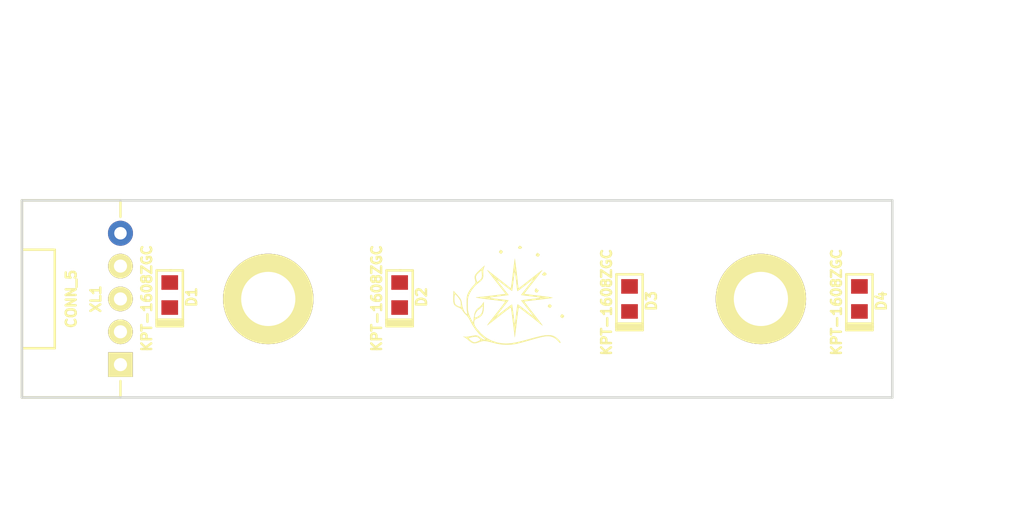
<source format=kicad_pcb>
(kicad_pcb (version 20171130) (host pcbnew "(2018-02-15 revision 29b28de31)-makepkg")

  (general
    (thickness 1.6)
    (drawings 14)
    (tracks 0)
    (zones 0)
    (modules 8)
    (nets 6)
  )

  (page A4)
  (layers
    (0 F.Cu signal)
    (31 B.Cu signal)
    (37 F.SilkS user)
    (38 B.Mask user)
    (39 F.Mask user)
    (40 Dwgs.User user)
    (44 Edge.Cuts user)
  )

  (setup
    (last_trace_width 0.25)
    (trace_clearance 0.2)
    (zone_clearance 0.508)
    (zone_45_only no)
    (trace_min 0.2)
    (segment_width 0.2)
    (edge_width 0.15)
    (via_size 0.8)
    (via_drill 0.4)
    (via_min_size 0.4)
    (via_min_drill 0.3)
    (uvia_size 0.3)
    (uvia_drill 0.1)
    (uvias_allowed no)
    (uvia_min_size 0.2)
    (uvia_min_drill 0.1)
    (pcb_text_width 0.3)
    (pcb_text_size 1.5 1.5)
    (mod_edge_width 0.15)
    (mod_text_size 1 1)
    (mod_text_width 0.15)
    (pad_size 1.524 1.524)
    (pad_drill 0.762)
    (pad_to_mask_clearance 0.2)
    (aux_axis_origin 0 0)
    (visible_elements FFFFF77F)
    (pcbplotparams
      (layerselection 0x010fc_ffffffff)
      (usegerberextensions false)
      (usegerberattributes false)
      (usegerberadvancedattributes false)
      (creategerberjobfile false)
      (excludeedgelayer true)
      (linewidth 0.150000)
      (plotframeref false)
      (viasonmask false)
      (mode 1)
      (useauxorigin false)
      (hpglpennumber 1)
      (hpglpenspeed 20)
      (hpglpendiameter 15)
      (psnegative false)
      (psa4output false)
      (plotreference true)
      (plotvalue true)
      (plotinvisibletext false)
      (padsonsilk false)
      (subtractmaskfromsilk false)
      (outputformat 1)
      (mirror false)
      (drillshape 1)
      (scaleselection 1)
      (outputdirectory ""))
  )

  (net 0 "")
  (net 1 "Net-(D1-PadA)")
  (net 2 "Net-(D1-PadC)")
  (net 3 "Net-(D2-PadA)")
  (net 4 "Net-(D3-PadA)")
  (net 5 "Net-(D4-PadA)")

  (net_class Default "This is the default net class."
    (clearance 0.2)
    (trace_width 0.25)
    (via_dia 0.8)
    (via_drill 0.4)
    (uvia_dia 0.3)
    (uvia_drill 0.1)
    (add_net "Net-(D1-PadA)")
    (add_net "Net-(D1-PadC)")
    (add_net "Net-(D2-PadA)")
    (add_net "Net-(D3-PadA)")
    (add_net "Net-(D4-PadA)")
  )

  (module LEDs:LED_0603 (layer F.Cu) (tedit 5A91F922) (tstamp 5A922971)
    (at 144 82.762 270)
    (path /5A995269)
    (attr smd)
    (fp_text reference D1 (at 0.127 -1.3335 270) (layer F.SilkS)
      (effects (font (size 0.6 0.6) (thickness 0.15)))
    )
    (fp_text value KPT-1608ZGC (at 0.2 1.4 270) (layer F.SilkS)
      (effects (font (size 0.6 0.6) (thickness 0.15)))
    )
    (fp_line (start 1.7 -0.8) (end 1.9 -0.8) (layer F.SilkS) (width 0.15))
    (fp_line (start 1.9 -0.8) (end 1.9 0.8) (layer F.SilkS) (width 0.15))
    (fp_line (start 1.9 0.8) (end 1.7 0.8) (layer F.SilkS) (width 0.15))
    (fp_line (start 1.5 -0.8) (end 1.65 -0.8) (layer F.SilkS) (width 0.15))
    (fp_line (start 1.65 -0.8) (end 1.65 0.8) (layer F.SilkS) (width 0.15))
    (fp_line (start 1.65 0.8) (end 1.5 0.8) (layer F.SilkS) (width 0.15))
    (fp_line (start 1.5 0.8) (end 1.75 0.8) (layer F.SilkS) (width 0.15))
    (fp_line (start 1.75 0.8) (end 1.75 -0.8) (layer F.SilkS) (width 0.15))
    (fp_line (start 1.75 -0.8) (end 1.65 -0.8) (layer F.SilkS) (width 0.15))
    (fp_line (start -1.5 0) (end -1.5 -0.8) (layer F.SilkS) (width 0.15))
    (fp_line (start -1.5 -0.8) (end 1.5 -0.8) (layer F.SilkS) (width 0.15))
    (fp_line (start 1.5 -0.8) (end 1.5 0.8) (layer F.SilkS) (width 0.15))
    (fp_line (start 1.5 0.8) (end -1.5 0.8) (layer F.SilkS) (width 0.15))
    (fp_line (start -1.5 0.8) (end -1.5 -0.1) (layer F.SilkS) (width 0.15))
    (pad A smd rect (at -0.762 0 270) (size 0.889 1.016) (layers F.Cu F.Mask)
      (net 1 "Net-(D1-PadA)"))
    (pad C smd rect (at 0.762 0 270) (size 0.889 1.016) (layers F.Cu F.Mask)
      (net 2 "Net-(D1-PadC)"))
    (model ${KICAD_SYMBOL_DIR}/3d/LED/D_0603_green.step
      (at (xyz 0 0 0))
      (scale (xyz 1 1 1))
      (rotate (xyz -90 0 0))
    )
  )

  (module LEDs:LED_0603 (layer F.Cu) (tedit 5A91F922) (tstamp 5A922985)
    (at 158 82.762 270)
    (path /5A995354)
    (attr smd)
    (fp_text reference D2 (at 0.127 -1.3335 270) (layer F.SilkS)
      (effects (font (size 0.6 0.6) (thickness 0.15)))
    )
    (fp_text value KPT-1608ZGC (at 0.2 1.4 270) (layer F.SilkS)
      (effects (font (size 0.6 0.6) (thickness 0.15)))
    )
    (fp_line (start 1.7 -0.8) (end 1.9 -0.8) (layer F.SilkS) (width 0.15))
    (fp_line (start 1.9 -0.8) (end 1.9 0.8) (layer F.SilkS) (width 0.15))
    (fp_line (start 1.9 0.8) (end 1.7 0.8) (layer F.SilkS) (width 0.15))
    (fp_line (start 1.5 -0.8) (end 1.65 -0.8) (layer F.SilkS) (width 0.15))
    (fp_line (start 1.65 -0.8) (end 1.65 0.8) (layer F.SilkS) (width 0.15))
    (fp_line (start 1.65 0.8) (end 1.5 0.8) (layer F.SilkS) (width 0.15))
    (fp_line (start 1.5 0.8) (end 1.75 0.8) (layer F.SilkS) (width 0.15))
    (fp_line (start 1.75 0.8) (end 1.75 -0.8) (layer F.SilkS) (width 0.15))
    (fp_line (start 1.75 -0.8) (end 1.65 -0.8) (layer F.SilkS) (width 0.15))
    (fp_line (start -1.5 0) (end -1.5 -0.8) (layer F.SilkS) (width 0.15))
    (fp_line (start -1.5 -0.8) (end 1.5 -0.8) (layer F.SilkS) (width 0.15))
    (fp_line (start 1.5 -0.8) (end 1.5 0.8) (layer F.SilkS) (width 0.15))
    (fp_line (start 1.5 0.8) (end -1.5 0.8) (layer F.SilkS) (width 0.15))
    (fp_line (start -1.5 0.8) (end -1.5 -0.1) (layer F.SilkS) (width 0.15))
    (pad A smd rect (at -0.762 0 270) (size 0.889 1.016) (layers F.Cu F.Mask)
      (net 3 "Net-(D2-PadA)"))
    (pad C smd rect (at 0.762 0 270) (size 0.889 1.016) (layers F.Cu F.Mask)
      (net 2 "Net-(D1-PadC)"))
    (model ${KICAD_SYMBOL_DIR}/3d/LED/D_0603_green.step
      (at (xyz 0 0 0))
      (scale (xyz 1 1 1))
      (rotate (xyz -90 0 0))
    )
  )

  (module LEDs:LED_0603 (layer F.Cu) (tedit 5A91F922) (tstamp 5A922999)
    (at 172 83 270)
    (path /5A9953C3)
    (attr smd)
    (fp_text reference D3 (at 0.127 -1.3335 270) (layer F.SilkS)
      (effects (font (size 0.6 0.6) (thickness 0.15)))
    )
    (fp_text value KPT-1608ZGC (at 0.2 1.4 270) (layer F.SilkS)
      (effects (font (size 0.6 0.6) (thickness 0.15)))
    )
    (fp_line (start 1.7 -0.8) (end 1.9 -0.8) (layer F.SilkS) (width 0.15))
    (fp_line (start 1.9 -0.8) (end 1.9 0.8) (layer F.SilkS) (width 0.15))
    (fp_line (start 1.9 0.8) (end 1.7 0.8) (layer F.SilkS) (width 0.15))
    (fp_line (start 1.5 -0.8) (end 1.65 -0.8) (layer F.SilkS) (width 0.15))
    (fp_line (start 1.65 -0.8) (end 1.65 0.8) (layer F.SilkS) (width 0.15))
    (fp_line (start 1.65 0.8) (end 1.5 0.8) (layer F.SilkS) (width 0.15))
    (fp_line (start 1.5 0.8) (end 1.75 0.8) (layer F.SilkS) (width 0.15))
    (fp_line (start 1.75 0.8) (end 1.75 -0.8) (layer F.SilkS) (width 0.15))
    (fp_line (start 1.75 -0.8) (end 1.65 -0.8) (layer F.SilkS) (width 0.15))
    (fp_line (start -1.5 0) (end -1.5 -0.8) (layer F.SilkS) (width 0.15))
    (fp_line (start -1.5 -0.8) (end 1.5 -0.8) (layer F.SilkS) (width 0.15))
    (fp_line (start 1.5 -0.8) (end 1.5 0.8) (layer F.SilkS) (width 0.15))
    (fp_line (start 1.5 0.8) (end -1.5 0.8) (layer F.SilkS) (width 0.15))
    (fp_line (start -1.5 0.8) (end -1.5 -0.1) (layer F.SilkS) (width 0.15))
    (pad A smd rect (at -0.762 0 270) (size 0.889 1.016) (layers F.Cu F.Mask)
      (net 4 "Net-(D3-PadA)"))
    (pad C smd rect (at 0.762 0 270) (size 0.889 1.016) (layers F.Cu F.Mask)
      (net 2 "Net-(D1-PadC)"))
    (model ${KICAD_SYMBOL_DIR}/3d/LED/D_0603_green.step
      (at (xyz 0 0 0))
      (scale (xyz 1 1 1))
      (rotate (xyz -90 0 0))
    )
  )

  (module LEDs:LED_0603 (layer F.Cu) (tedit 5A91F922) (tstamp 5A9229AD)
    (at 186 83 270)
    (path /5A9953CE)
    (attr smd)
    (fp_text reference D4 (at 0.127 -1.3335 270) (layer F.SilkS)
      (effects (font (size 0.6 0.6) (thickness 0.15)))
    )
    (fp_text value KPT-1608ZGC (at 0.2 1.4 270) (layer F.SilkS)
      (effects (font (size 0.6 0.6) (thickness 0.15)))
    )
    (fp_line (start 1.7 -0.8) (end 1.9 -0.8) (layer F.SilkS) (width 0.15))
    (fp_line (start 1.9 -0.8) (end 1.9 0.8) (layer F.SilkS) (width 0.15))
    (fp_line (start 1.9 0.8) (end 1.7 0.8) (layer F.SilkS) (width 0.15))
    (fp_line (start 1.5 -0.8) (end 1.65 -0.8) (layer F.SilkS) (width 0.15))
    (fp_line (start 1.65 -0.8) (end 1.65 0.8) (layer F.SilkS) (width 0.15))
    (fp_line (start 1.65 0.8) (end 1.5 0.8) (layer F.SilkS) (width 0.15))
    (fp_line (start 1.5 0.8) (end 1.75 0.8) (layer F.SilkS) (width 0.15))
    (fp_line (start 1.75 0.8) (end 1.75 -0.8) (layer F.SilkS) (width 0.15))
    (fp_line (start 1.75 -0.8) (end 1.65 -0.8) (layer F.SilkS) (width 0.15))
    (fp_line (start -1.5 0) (end -1.5 -0.8) (layer F.SilkS) (width 0.15))
    (fp_line (start -1.5 -0.8) (end 1.5 -0.8) (layer F.SilkS) (width 0.15))
    (fp_line (start 1.5 -0.8) (end 1.5 0.8) (layer F.SilkS) (width 0.15))
    (fp_line (start 1.5 0.8) (end -1.5 0.8) (layer F.SilkS) (width 0.15))
    (fp_line (start -1.5 0.8) (end -1.5 -0.1) (layer F.SilkS) (width 0.15))
    (pad A smd rect (at -0.762 0 270) (size 0.889 1.016) (layers F.Cu F.Mask)
      (net 5 "Net-(D4-PadA)"))
    (pad C smd rect (at 0.762 0 270) (size 0.889 1.016) (layers F.Cu F.Mask)
      (net 2 "Net-(D1-PadC)"))
    (model ${KICAD_SYMBOL_DIR}/3d/LED/D_0603_green.step
      (at (xyz 0 0 0))
      (scale (xyz 1 1 1))
      (rotate (xyz -90 0 0))
    )
  )

  (module PCB:Hole3d3_out5d5mm (layer F.Cu) (tedit 56F1BC26) (tstamp 5A9229B2)
    (at 150 83)
    (path /5AA46666)
    (fp_text reference HOLE1 (at 0 3.2004) (layer F.SilkS) hide
      (effects (font (size 0.127 0.127) (thickness 0.00254)))
    )
    (fp_text value HOLE_METALLED (at -0.09906 -3.2004) (layer F.SilkS) hide
      (effects (font (size 0.127 0.127) (thickness 0.00254)))
    )
    (pad H thru_hole circle (at 0 0) (size 5.5 5.5) (drill 3.3) (layers *.Cu *.Mask F.SilkS))
  )

  (module PCB:Hole3d3_out5d5mm (layer F.Cu) (tedit 56F1BC26) (tstamp 5A9229B7)
    (at 180 83)
    (path /5AA469E2)
    (fp_text reference HOLE2 (at 0 3.2004) (layer F.SilkS) hide
      (effects (font (size 0.127 0.127) (thickness 0.00254)))
    )
    (fp_text value HOLE_METALLED (at -0.09906 -3.2004) (layer F.SilkS) hide
      (effects (font (size 0.127 0.127) (thickness 0.00254)))
    )
    (pad H thru_hole circle (at 0 0) (size 5.5 5.5) (drill 3.3) (layers *.Cu *.Mask F.SilkS))
  )

  (module Pictures:Ostranna_8x8 (layer F.Cu) (tedit 0) (tstamp 5A9229C4)
    (at 165 83)
    (path /5AA46E8B)
    (fp_text reference Logo1 (at 0 0) (layer F.SilkS) hide
      (effects (font (size 1.524 1.524) (thickness 0.3)))
    )
    (fp_text value Logo (at 0.75 0) (layer F.SilkS) hide
      (effects (font (size 1.524 1.524) (thickness 0.3)))
    )
    (fp_poly (pts (xy 0.344855 -3.230616) (xy 0.394624 -3.196551) (xy 0.449104 -3.149463) (xy 0.447801 -3.11541)
      (xy 0.410198 -3.079358) (xy 0.34119 -3.043017) (xy 0.267286 -3.064113) (xy 0.214928 -3.098401)
      (xy 0.217571 -3.135559) (xy 0.251712 -3.181306) (xy 0.30122 -3.23262) (xy 0.344855 -3.230616)) (layer F.SilkS) (width 0.01))
    (fp_poly (pts (xy -0.823464 -2.98002) (xy -0.775852 -2.944188) (xy -0.724084 -2.893409) (xy -0.726932 -2.850469)
      (xy -0.759654 -2.805907) (xy -0.808868 -2.755273) (xy -0.851833 -2.759527) (xy -0.896006 -2.792278)
      (xy -0.947146 -2.842368) (xy -0.943068 -2.886834) (xy -0.912204 -2.930559) (xy -0.864664 -2.982585)
      (xy -0.823464 -2.98002)) (layer F.SilkS) (width 0.01))
    (fp_poly (pts (xy 1.411663 -2.802135) (xy 1.459831 -2.757997) (xy 1.493758 -2.73647) (xy 1.533298 -2.706913)
      (xy 1.524639 -2.669515) (xy 1.492422 -2.627176) (xy 1.440199 -2.575957) (xy 1.39079 -2.579929)
      (xy 1.351745 -2.603432) (xy 1.299249 -2.645776) (xy 1.298048 -2.688436) (xy 1.331458 -2.745208)
      (xy 1.378573 -2.798373) (xy 1.411151 -2.802859) (xy 1.411663 -2.802135)) (layer F.SilkS) (width 0.01))
    (fp_poly (pts (xy 1.821546 -1.638667) (xy 1.883197 -1.592413) (xy 1.88404 -1.591729) (xy 1.942284 -1.539577)
      (xy 1.947321 -1.50404) (xy 1.90294 -1.456806) (xy 1.902183 -1.456108) (xy 1.832061 -1.413042)
      (xy 1.756494 -1.427606) (xy 1.750786 -1.430236) (xy 1.686645 -1.472753) (xy 1.670326 -1.509269)
      (xy 1.706598 -1.524) (xy 1.748287 -1.553583) (xy 1.770098 -1.593538) (xy 1.791753 -1.638916)
      (xy 1.821546 -1.638667)) (layer F.SilkS) (width 0.01))
    (fp_poly (pts (xy 1.355693 -0.598714) (xy 1.405134 -0.55043) (xy 1.433841 -0.544286) (xy 1.468238 -0.5367)
      (xy 1.458655 -0.50246) (xy 1.425908 -0.454712) (xy 1.371169 -0.386836) (xy 1.330977 -0.374119)
      (xy 1.279308 -0.411549) (xy 1.266031 -0.42393) (xy 1.2279 -0.481336) (xy 1.242328 -0.553301)
      (xy 1.247888 -0.565724) (xy 1.2933 -0.639321) (xy 1.330668 -0.642379) (xy 1.355693 -0.598714)) (layer F.SilkS) (width 0.01))
    (fp_poly (pts (xy 2.151965 0.32198) (xy 2.199576 0.357812) (xy 2.251345 0.408591) (xy 2.248497 0.451531)
      (xy 2.215774 0.496093) (xy 2.166561 0.546727) (xy 2.123596 0.542473) (xy 2.079423 0.509722)
      (xy 2.028282 0.459632) (xy 2.03236 0.415166) (xy 2.063225 0.371441) (xy 2.110764 0.319415)
      (xy 2.151965 0.32198)) (layer F.SilkS) (width 0.01))
    (fp_poly (pts (xy 2.913965 0.938837) (xy 2.961576 0.974669) (xy 3.013345 1.025448) (xy 3.010497 1.068388)
      (xy 2.977774 1.11295) (xy 2.928561 1.163584) (xy 2.885596 1.159331) (xy 2.841423 1.126579)
      (xy 2.790282 1.076489) (xy 2.79436 1.032024) (xy 2.825225 0.988298) (xy 2.872764 0.936272)
      (xy 2.913965 0.938837)) (layer F.SilkS) (width 0.01))
    (fp_poly (pts (xy 0.019747 -2.425099) (xy 0.033759 -2.334364) (xy 0.052935 -2.195297) (xy 0.075805 -2.019791)
      (xy 0.100897 -1.819739) (xy 0.126737 -1.607034) (xy 0.151854 -1.393568) (xy 0.174776 -1.191233)
      (xy 0.194031 -1.011924) (xy 0.205883 -0.892219) (xy 0.220216 -0.771311) (xy 0.236213 -0.685337)
      (xy 0.250214 -0.653143) (xy 0.284534 -0.674536) (xy 0.365907 -0.733834) (xy 0.484635 -0.823713)
      (xy 0.631016 -0.936849) (xy 0.762038 -1.039594) (xy 0.944981 -1.183935) (xy 1.128172 -1.328481)
      (xy 1.295512 -1.460528) (xy 1.430902 -1.567374) (xy 1.486295 -1.611094) (xy 1.588116 -1.688442)
      (xy 1.659392 -1.73663) (xy 1.689445 -1.748723) (xy 1.687418 -1.741714) (xy 1.656267 -1.698799)
      (xy 1.586742 -1.607606) (xy 1.485523 -1.476749) (xy 1.359293 -1.314841) (xy 1.214734 -1.130494)
      (xy 1.114722 -1.003496) (xy 0.964835 -0.812464) (xy 0.831924 -0.641114) (xy 0.722 -0.497357)
      (xy 0.641073 -0.389105) (xy 0.595153 -0.324267) (xy 0.587028 -0.308974) (xy 0.624772 -0.302081)
      (xy 0.724823 -0.288317) (xy 0.877367 -0.268908) (xy 1.072592 -0.245077) (xy 1.300686 -0.218051)
      (xy 1.50205 -0.194744) (xy 1.800084 -0.159455) (xy 2.027986 -0.129842) (xy 2.187947 -0.10555)
      (xy 2.282155 -0.08622) (xy 2.312799 -0.071495) (xy 2.300336 -0.064392) (xy 2.234066 -0.05241)
      (xy 2.107835 -0.034013) (xy 1.933811 -0.010804) (xy 1.72416 0.015613) (xy 1.49105 0.043636)
      (xy 1.399534 0.054293) (xy 1.167836 0.081482) (xy 0.961627 0.106541) (xy 0.791387 0.128126)
      (xy 0.667595 0.144892) (xy 0.600731 0.155495) (xy 0.592011 0.157894) (xy 0.610263 0.188351)
      (xy 0.667778 0.267871) (xy 0.758669 0.388698) (xy 0.87705 0.543079) (xy 1.017035 0.723257)
      (xy 1.142834 0.883571) (xy 1.296751 1.079645) (xy 1.434606 1.256713) (xy 1.550356 1.406897)
      (xy 1.637959 1.522315) (xy 1.691373 1.595087) (xy 1.705429 1.617327) (xy 1.680304 1.606792)
      (xy 1.61478 1.55966) (xy 1.533071 1.494329) (xy 1.407834 1.392032) (xy 1.256511 1.270767)
      (xy 1.088718 1.13798) (xy 0.914072 1.001118) (xy 0.742188 0.867627) (xy 0.582682 0.744955)
      (xy 0.44517 0.640547) (xy 0.339268 0.561852) (xy 0.274592 0.516315) (xy 0.259436 0.508)
      (xy 0.248552 0.542462) (xy 0.231236 0.639393) (xy 0.208869 0.789114) (xy 0.182835 0.981945)
      (xy 0.154514 1.208206) (xy 0.131221 1.406072) (xy 0.09445 1.721929) (xy 0.064364 1.968601)
      (xy 0.040502 2.149122) (xy 0.022407 2.266527) (xy 0.009618 2.323848) (xy 0.001675 2.324121)
      (xy -0.001572 2.282976) (xy -0.007233 2.207958) (xy -0.020468 2.079869) (xy -0.039728 1.910774)
      (xy -0.063465 1.712734) (xy -0.090132 1.497812) (xy -0.118182 1.278071) (xy -0.146066 1.065574)
      (xy -0.172238 0.872383) (xy -0.195149 0.710561) (xy -0.213251 0.59217) (xy -0.224998 0.529273)
      (xy -0.227446 0.522459) (xy -0.260991 0.537611) (xy -0.342941 0.592435) (xy -0.465243 0.681007)
      (xy -0.61984 0.797401) (xy -0.79868 0.935695) (xy -0.929734 1.038988) (xy -1.122965 1.192005)
      (xy -1.299224 1.330803) (xy -1.449935 1.44869) (xy -1.566523 1.538976) (xy -1.64041 1.59497)
      (xy -1.661283 1.609692) (xy -1.660794 1.595774) (xy -1.621426 1.535025) (xy -1.549915 1.437055)
      (xy -1.452998 1.311477) (xy -1.446371 1.303083) (xy -1.315113 1.136955) (xy -1.159129 0.93941)
      (xy -0.998615 0.736031) (xy -0.86311 0.564247) (xy -0.752036 0.420091) (xy -0.66243 0.297397)
      (xy -0.60148 0.20653) (xy -0.576378 0.157857) (xy -0.577603 0.152621) (xy -0.620882 0.145524)
      (xy -0.725874 0.131338) (xy -0.882206 0.111375) (xy -1.079507 0.086943) (xy -1.307405 0.059352)
      (xy -1.465493 0.040526) (xy -1.78554 0.001411) (xy -2.033847 -0.031737) (xy -2.210991 -0.059032)
      (xy -2.245949 -0.066105) (xy -1.498106 -0.066105) (xy -1.466454 -0.050086) (xy -1.374051 -0.034601)
      (xy -1.233714 -0.019415) (xy -1.080253 -0.003602) (xy -0.892047 0.017391) (xy -0.70632 0.039395)
      (xy -0.681558 0.042453) (xy -0.365259 0.081758) (xy -0.536415 0.298344) (xy -0.721414 0.532958)
      (xy -0.864727 0.716022) (xy -0.970117 0.852565) (xy -1.041344 0.947614) (xy -1.082173 1.006198)
      (xy -1.096364 1.033345) (xy -1.08768 1.034082) (xy -1.086308 1.033272) (xy -1.040548 1.000373)
      (xy -0.94947 0.931015) (xy -0.824476 0.834013) (xy -0.676967 0.718179) (xy -0.604756 0.661048)
      (xy -0.454523 0.544053) (xy -0.324653 0.446971) (xy -0.225398 0.377145) (xy -0.167005 0.34192)
      (xy -0.156241 0.339663) (xy -0.147119 0.378313) (xy -0.131301 0.474114) (xy -0.110782 0.612166)
      (xy -0.087559 0.777572) (xy -0.063627 0.955433) (xy -0.040982 1.130851) (xy -0.021621 1.288926)
      (xy -0.00754 1.414761) (xy -0.000733 1.493457) (xy -0.000412 1.502833) (xy 0.011127 1.523568)
      (xy 0.014488 1.520976) (xy 0.023154 1.481628) (xy 0.037854 1.382476) (xy 0.056952 1.235883)
      (xy 0.078813 1.054211) (xy 0.094503 0.916214) (xy 0.117784 0.719047) (xy 0.140374 0.549881)
      (xy 0.160463 0.420674) (xy 0.176242 0.343383) (xy 0.18372 0.326572) (xy 0.218776 0.347984)
      (xy 0.300399 0.40716) (xy 0.418502 0.496512) (xy 0.563 0.608448) (xy 0.665929 0.689429)
      (xy 0.821677 0.811845) (xy 0.957012 0.916629) (xy 1.061992 0.996211) (xy 1.126677 1.04302)
      (xy 1.142416 1.052286) (xy 1.127092 1.025492) (xy 1.073365 0.951249) (xy 0.988185 0.838761)
      (xy 0.878498 0.697235) (xy 0.779522 0.5715) (xy 0.39866 0.090714) (xy 0.534973 0.066427)
      (xy 0.626681 0.05269) (xy 0.769476 0.034297) (xy 0.942239 0.013867) (xy 1.088572 -0.002262)
      (xy 1.258406 -0.021959) (xy 1.40374 -0.041839) (xy 1.508105 -0.059455) (xy 1.553371 -0.071338)
      (xy 1.535433 -0.083163) (xy 1.455913 -0.100443) (xy 1.325443 -0.121425) (xy 1.154653 -0.144357)
      (xy 1.000014 -0.162502) (xy 0.800895 -0.185348) (xy 0.629654 -0.206543) (xy 0.498131 -0.224498)
      (xy 0.418164 -0.23762) (xy 0.399143 -0.243288) (xy 0.420689 -0.274971) (xy 0.480165 -0.353108)
      (xy 0.569827 -0.467757) (xy 0.68193 -0.608975) (xy 0.755108 -0.700292) (xy 0.911701 -0.8958)
      (xy 1.025002 -1.039685) (xy 1.097758 -1.136421) (xy 1.132718 -1.190483) (xy 1.132628 -1.206347)
      (xy 1.100236 -1.188486) (xy 1.038289 -1.141376) (xy 1.013958 -1.121891) (xy 0.796752 -0.947987)
      (xy 0.601382 -0.793837) (xy 0.434449 -0.664484) (xy 0.302556 -0.56497) (xy 0.212302 -0.500336)
      (xy 0.170289 -0.475626) (xy 0.16826 -0.475912) (xy 0.160662 -0.515264) (xy 0.147731 -0.612635)
      (xy 0.131211 -0.753817) (xy 0.112843 -0.924603) (xy 0.110904 -0.943429) (xy 0.090589 -1.132467)
      (xy 0.069977 -1.308991) (xy 0.051517 -1.45288) (xy 0.038002 -1.542143) (xy 0.011636 -1.687286)
      (xy -0.01217 -1.524) (xy -0.026286 -1.421594) (xy -0.046313 -1.269076) (xy -0.069408 -1.088376)
      (xy -0.08925 -0.929619) (xy -0.110795 -0.761611) (xy -0.130151 -0.622242) (xy -0.145207 -0.525957)
      (xy -0.153853 -0.487196) (xy -0.153887 -0.487161) (xy -0.184728 -0.50446) (xy -0.262702 -0.55958)
      (xy -0.37804 -0.645301) (xy -0.520972 -0.754405) (xy -0.626824 -0.836613) (xy -0.783488 -0.958236)
      (xy -0.919674 -1.062366) (xy -1.025396 -1.141494) (xy -1.09067 -1.188114) (xy -1.106718 -1.197429)
      (xy -1.091522 -1.170629) (xy -1.037929 -1.096371) (xy -0.952877 -0.983861) (xy -0.843305 -0.842311)
      (xy -0.744472 -0.716643) (xy -0.363905 -0.235857) (xy -0.971167 -0.160212) (xy -1.205538 -0.129712)
      (xy -1.36995 -0.104684) (xy -1.466705 -0.083893) (xy -1.498106 -0.066105) (xy -2.245949 -0.066105)
      (xy -2.317548 -0.080591) (xy -2.354096 -0.096527) (xy -2.321211 -0.106957) (xy -2.228548 -0.111821)
      (xy -2.15029 -0.117176) (xy -2.013161 -0.130435) (xy -1.830257 -0.15017) (xy -1.614677 -0.174953)
      (xy -1.379518 -0.203357) (xy -1.313205 -0.211607) (xy -0.539982 -0.308429) (xy -1.104562 -1.025283)
      (xy -1.258705 -1.221676) (xy -1.396811 -1.398932) (xy -1.512856 -1.549213) (xy -1.600815 -1.664681)
      (xy -1.654665 -1.737497) (xy -1.669143 -1.759865) (xy -1.642006 -1.743254) (xy -1.56564 -1.68726)
      (xy -1.447614 -1.597674) (xy -1.295496 -1.480287) (xy -1.116856 -1.340889) (xy -0.9525 -1.211545)
      (xy -0.235857 -0.645499) (xy -0.209269 -0.749106) (xy -0.197368 -0.814932) (xy -0.179046 -0.940745)
      (xy -0.155901 -1.114405) (xy -0.129531 -1.323772) (xy -0.101535 -1.556707) (xy -0.09085 -1.648466)
      (xy -0.063679 -1.880134) (xy -0.038667 -2.086288) (xy -0.017153 -2.256454) (xy -0.000477 -2.380159)
      (xy 0.010022 -2.44693) (xy 0.012372 -2.45561) (xy 0.019747 -2.425099)) (layer F.SilkS) (width 0.01))
    (fp_poly (pts (xy -1.830478 -2.002043) (xy -1.857478 -1.926454) (xy -1.873764 -1.884817) (xy -1.912714 -1.736086)
      (xy -1.91215 -1.565257) (xy -1.909325 -1.539134) (xy -1.906463 -1.358865) (xy -1.952174 -1.217159)
      (xy -2.05532 -1.095032) (xy -2.150806 -1.021637) (xy -2.393891 -0.81523) (xy -2.602474 -0.56055)
      (xy -2.733602 -0.333089) (xy -2.782658 -0.225404) (xy -2.815287 -0.135689) (xy -2.834798 -0.044318)
      (xy -2.8445 0.068334) (xy -2.847701 0.22189) (xy -2.847875 0.344714) (xy -2.846397 0.534561)
      (xy -2.840213 0.672628) (xy -2.825849 0.7797) (xy -2.799827 0.876557) (xy -2.758674 0.983982)
      (xy -2.729549 1.052286) (xy -2.648377 1.235866) (xy -2.589575 1.353702) (xy -2.548499 1.407403)
      (xy -2.520508 1.398584) (xy -2.50096 1.328855) (xy -2.485214 1.199829) (xy -2.479574 1.139093)
      (xy -2.468156 1.071267) (xy -2.425227 1.071267) (xy -2.417486 1.108108) (xy -2.396475 1.13948)
      (xy -2.35697 1.138505) (xy -2.280582 1.102445) (xy -2.243936 1.082262) (xy -2.136186 1.010561)
      (xy -2.046761 0.931752) (xy -2.025447 0.906628) (xy -1.987203 0.830514) (xy -1.955627 0.7257)
      (xy -1.934062 0.613201) (xy -1.92585 0.51403) (xy -1.934333 0.449199) (xy -1.950492 0.435429)
      (xy -1.994964 0.464359) (xy -2.008242 0.488308) (xy -2.049593 0.538564) (xy -2.130303 0.603785)
      (xy -2.171684 0.631554) (xy -2.270604 0.71902) (xy -2.353525 0.836372) (xy -2.408912 0.961244)
      (xy -2.425227 1.071267) (xy -2.468156 1.071267) (xy -2.438989 0.898016) (xy -2.364076 0.716203)
      (xy -2.251891 0.587486) (xy -2.19902 0.551297) (xy -2.099298 0.472884) (xy -2.001801 0.366344)
      (xy -1.974923 0.329077) (xy -1.917159 0.243761) (xy -1.878545 0.190433) (xy -1.870169 0.181429)
      (xy -1.867873 0.214897) (xy -1.867858 0.304107) (xy -1.870057 0.432268) (xy -1.871376 0.484669)
      (xy -1.889554 0.714624) (xy -1.934764 0.887778) (xy -2.014471 1.017212) (xy -2.136138 1.116008)
      (xy -2.269185 1.18198) (xy -2.38209 1.236881) (xy -2.441523 1.296053) (xy -2.464103 1.382575)
      (xy -2.466873 1.456508) (xy -2.452638 1.554807) (xy -2.40317 1.66369) (xy -2.310731 1.801223)
      (xy -2.040696 2.112313) (xy -1.736483 2.359729) (xy -1.399287 2.542795) (xy -1.030301 2.660837)
      (xy -0.706333 2.708522) (xy -0.529588 2.716216) (xy -0.349395 2.710587) (xy -0.15478 2.689774)
      (xy 0.065229 2.651915) (xy 0.321607 2.595148) (xy 0.625327 2.517612) (xy 0.95449 2.426761)
      (xy 1.303226 2.331649) (xy 1.592802 2.262115) (xy 1.832038 2.218334) (xy 2.029756 2.200483)
      (xy 2.194776 2.208736) (xy 2.335917 2.243269) (xy 2.462 2.304257) (xy 2.581847 2.391877)
      (xy 2.657929 2.460648) (xy 2.739575 2.550141) (xy 2.788289 2.62609) (xy 2.796786 2.674713)
      (xy 2.776605 2.685143) (xy 2.744842 2.660593) (xy 2.679673 2.596727) (xy 2.608282 2.521407)
      (xy 2.476966 2.401092) (xy 2.336441 2.325757) (xy 2.260346 2.300398) (xy 2.161904 2.277218)
      (xy 2.059032 2.266568) (xy 1.94189 2.270009) (xy 1.800641 2.289097) (xy 1.625447 2.325391)
      (xy 1.406469 2.380448) (xy 1.133869 2.455826) (xy 0.955995 2.506953) (xy 0.733326 2.570407)
      (xy 0.514855 2.630657) (xy 0.318284 2.682965) (xy 0.161313 2.722591) (xy 0.085138 2.740105)
      (xy -0.194952 2.779455) (xy -0.504218 2.789726) (xy -0.812047 2.771526) (xy -1.087826 2.725461)
      (xy -1.124857 2.716101) (xy -1.370422 2.651169) (xy -1.558431 2.604169) (xy -1.701366 2.574037)
      (xy -1.811713 2.559707) (xy -1.901954 2.560115) (xy -1.984574 2.574194) (xy -2.072057 2.600879)
      (xy -2.148902 2.628723) (xy -2.329247 2.686046) (xy -2.468406 2.702099) (xy -2.586773 2.674011)
      (xy -2.704744 2.598911) (xy -2.771956 2.541007) (xy -2.87864 2.450685) (xy -2.956887 2.392641)
      (xy -2.794 2.392641) (xy -2.767464 2.436157) (xy -2.702142 2.500752) (xy -2.61946 2.566993)
      (xy -2.558143 2.606513) (xy -2.477636 2.639397) (xy -2.395247 2.639684) (xy -2.286919 2.605146)
      (xy -2.217355 2.57496) (xy -2.123203 2.530145) (xy -2.085351 2.498966) (xy -2.093885 2.465354)
      (xy -2.126235 2.427253) (xy -2.211177 2.347209) (xy -2.297089 2.306759) (xy -2.40655 2.300503)
      (xy -2.562055 2.323024) (xy -2.680378 2.348991) (xy -2.763949 2.374284) (xy -2.794 2.392641)
      (xy -2.956887 2.392641) (xy -2.98412 2.37244) (xy -3.029857 2.343571) (xy -3.138714 2.282233)
      (xy -3.03938 2.302838) (xy -2.954778 2.305752) (xy -2.826793 2.293852) (xy -2.682501 2.269702)
      (xy -2.676522 2.268465) (xy -2.499675 2.234059) (xy -2.375173 2.219483) (xy -2.284979 2.226876)
      (xy -2.211056 2.258376) (xy -2.135368 2.316123) (xy -2.113747 2.335188) (xy -2.031222 2.396828)
      (xy -1.939684 2.447952) (xy -1.856529 2.481592) (xy -1.799153 2.49078) (xy -1.784951 2.468547)
      (xy -1.785633 2.466624) (xy -1.817628 2.431594) (xy -1.891077 2.36683) (xy -1.985204 2.290246)
      (xy -2.179949 2.107932) (xy -2.374545 1.87262) (xy -2.555224 1.602591) (xy -2.689863 1.354712)
      (xy -2.801853 1.150761) (xy -2.909364 1.008144) (xy -2.959243 0.962538) (xy -3.059773 0.864773)
      (xy -3.144747 0.748074) (xy -3.155411 0.72855) (xy -3.216858 0.635419) (xy -3.302923 0.56729)
      (xy -3.425295 0.509504) (xy -3.553998 0.450576) (xy -3.642016 0.387034) (xy -3.696338 0.304422)
      (xy -3.723954 0.188283) (xy -3.731854 0.024161) (xy -3.731388 -0.005624) (xy -3.664857 -0.005624)
      (xy -3.659982 0.159857) (xy -3.638511 0.271351) (xy -3.590176 0.347165) (xy -3.504708 0.405607)
      (xy -3.409777 0.449173) (xy -3.283857 0.502421) (xy -3.271992 0.389719) (xy -3.270412 0.267626)
      (xy -3.281935 0.160771) (xy -3.313142 0.083207) (xy -3.374832 -0.017731) (xy -3.45273 -0.123632)
      (xy -3.532561 -0.216084) (xy -3.60005 -0.276676) (xy -3.631655 -0.290286) (xy -3.647209 -0.256901)
      (xy -3.658861 -0.168306) (xy -3.664588 -0.041834) (xy -3.664857 -0.005624) (xy -3.731388 -0.005624)
      (xy -3.729597 -0.119848) (xy -3.719286 -0.492466) (xy -3.519714 -0.2781) (xy -3.389995 -0.133284)
      (xy -3.303483 -0.018358) (xy -3.249999 0.085944) (xy -3.219363 0.198889) (xy -3.203196 0.320977)
      (xy -3.172089 0.486116) (xy -3.116465 0.648887) (xy -3.045587 0.788848) (xy -2.968717 0.885556)
      (xy -2.937098 0.908237) (xy -2.890198 0.928803) (xy -2.875026 0.911452) (xy -2.884998 0.841905)
      (xy -2.891692 0.809755) (xy -2.903644 0.716795) (xy -2.913245 0.572672) (xy -2.919366 0.398783)
      (xy -2.921 0.254) (xy -2.919413 0.066034) (xy -2.912579 -0.069293) (xy -2.897388 -0.171885)
      (xy -2.870731 -0.261642) (xy -2.829496 -0.358466) (xy -2.823178 -0.372024) (xy -2.744474 -0.51027)
      (xy -2.637242 -0.661762) (xy -2.539454 -0.777327) (xy -2.44498 -0.879333) (xy -2.392365 -0.948151)
      (xy -2.373201 -1.002934) (xy -2.379078 -1.062835) (xy -2.392145 -1.112874) (xy -2.424408 -1.244655)
      (xy -2.425512 -1.258427) (xy -2.35403 -1.258427) (xy -2.31821 -1.128764) (xy -2.277849 -1.012985)
      (xy -2.163996 -1.099952) (xy -2.077088 -1.180261) (xy -2.01305 -1.263316) (xy -2.007422 -1.273817)
      (xy -1.982396 -1.385909) (xy -1.988409 -1.547811) (xy -1.989279 -1.554854) (xy -2.013857 -1.748993)
      (xy -2.186214 -1.597127) (xy -2.29881 -1.482374) (xy -2.352626 -1.377005) (xy -2.35403 -1.258427)
      (xy -2.425512 -1.258427) (xy -2.432639 -1.347301) (xy -2.410346 -1.436763) (xy -2.351038 -1.528994)
      (xy -2.248222 -1.639947) (xy -2.132542 -1.750786) (xy -2.01284 -1.862493) (xy -1.914223 -1.953182)
      (xy -1.847597 -2.012918) (xy -1.823986 -2.032) (xy -1.830478 -2.002043)) (layer F.SilkS) (width 0.01))
  )

  (module "Connectors:WB-05R(MW-5MR)" (layer F.Cu) (tedit 58B891CF) (tstamp 5A9229D5)
    (at 141 83 90)
    (path /5A99541D)
    (fp_text reference XL1 (at 0 -1.5 90) (layer F.SilkS)
      (effects (font (size 0.6 0.6) (thickness 0.15)))
    )
    (fp_text value CONN_5 (at 0 -3 90) (layer F.SilkS)
      (effects (font (size 0.6 0.6) (thickness 0.15)))
    )
    (fp_line (start 6 0) (end 5 0) (layer F.SilkS) (width 0.15))
    (fp_line (start 6 -6) (end 6 0) (layer F.SilkS) (width 0.15))
    (fp_line (start -6 -6) (end 6 -6) (layer F.SilkS) (width 0.15))
    (fp_line (start -6 0) (end -6 -6) (layer F.SilkS) (width 0.15))
    (fp_line (start -6 0) (end -5 0) (layer F.SilkS) (width 0.15))
    (fp_line (start 3 -4) (end 3 -6) (layer F.SilkS) (width 0.15))
    (fp_line (start -3 -4) (end 3 -4) (layer F.SilkS) (width 0.15))
    (fp_line (start -3 -6) (end -3 -4) (layer F.SilkS) (width 0.15))
    (pad 5 thru_hole circle (at 4 0 90) (size 1.524 1.524) (drill 0.762) (layers *.Cu *.Mask)
      (net 5 "Net-(D4-PadA)"))
    (pad 4 thru_hole circle (at 2 0 90) (size 1.5 1.5) (drill 0.8) (layers *.Cu *.Mask F.SilkS)
      (net 4 "Net-(D3-PadA)"))
    (pad 3 thru_hole circle (at 0 0 90) (size 1.5 1.5) (drill 0.8) (layers *.Cu *.Mask F.SilkS)
      (net 3 "Net-(D2-PadA)"))
    (pad 2 thru_hole circle (at -2 0 90) (size 1.5 1.5) (drill 0.8) (layers *.Cu *.Mask F.SilkS)
      (net 1 "Net-(D1-PadA)"))
    (pad 1 thru_hole rect (at -4 0 90) (size 1.5 1.5) (drill 0.8) (layers *.Cu *.Mask F.SilkS)
      (net 2 "Net-(D1-PadC)"))
  )

  (dimension 2 (width 0.3) (layer Dwgs.User)
    (gr_text 2 (at 187 70.65) (layer Dwgs.User)
      (effects (font (size 1.5 1.5) (thickness 0.3)))
    )
    (feature1 (pts (xy 188 83) (xy 188 69.3)))
    (feature2 (pts (xy 186 83) (xy 186 69.3)))
    (crossbar (pts (xy 186 72) (xy 188 72)))
    (arrow1a (pts (xy 188 72) (xy 186.873496 72.586421)))
    (arrow1b (pts (xy 188 72) (xy 186.873496 71.413579)))
    (arrow2a (pts (xy 186 72) (xy 187.126504 72.586421)))
    (arrow2b (pts (xy 186 72) (xy 187.126504 71.413579)))
  )
  (dimension 9 (width 0.3) (layer Dwgs.User)
    (gr_text "9 mm" (at 139.5 72.65) (layer Dwgs.User)
      (effects (font (size 1.5 1.5) (thickness 0.3)))
    )
    (feature1 (pts (xy 135 83) (xy 135 71.3)))
    (feature2 (pts (xy 144 83) (xy 144 71.3)))
    (crossbar (pts (xy 144 74) (xy 135 74)))
    (arrow1a (pts (xy 135 74) (xy 136.126504 73.413579)))
    (arrow1b (pts (xy 135 74) (xy 136.126504 74.586421)))
    (arrow2a (pts (xy 144 74) (xy 142.873496 73.413579)))
    (arrow2b (pts (xy 144 74) (xy 142.873496 74.586421)))
  )
  (dimension 53 (width 0.3) (layer Dwgs.User)
    (gr_text "53.000 mm" (at 161.5 66.65) (layer Dwgs.User)
      (effects (font (size 1.5 1.5) (thickness 0.3)))
    )
    (feature1 (pts (xy 135 77) (xy 135 65.3)))
    (feature2 (pts (xy 188 77) (xy 188 65.3)))
    (crossbar (pts (xy 188 68) (xy 135 68)))
    (arrow1a (pts (xy 135 68) (xy 136.126504 67.413579)))
    (arrow1b (pts (xy 135 68) (xy 136.126504 68.586421)))
    (arrow2a (pts (xy 188 68) (xy 186.873496 67.413579)))
    (arrow2b (pts (xy 188 68) (xy 186.873496 68.586421)))
  )
  (dimension 14 (width 0.3) (layer Dwgs.User)
    (gr_text "14.000 mm" (at 179 72.65) (layer Dwgs.User)
      (effects (font (size 1.5 1.5) (thickness 0.3)))
    )
    (feature1 (pts (xy 186 83) (xy 186 71.3)))
    (feature2 (pts (xy 172 83) (xy 172 71.3)))
    (crossbar (pts (xy 172 74) (xy 186 74)))
    (arrow1a (pts (xy 186 74) (xy 184.873496 74.586421)))
    (arrow1b (pts (xy 186 74) (xy 184.873496 73.413579)))
    (arrow2a (pts (xy 172 74) (xy 173.126504 74.586421)))
    (arrow2b (pts (xy 172 74) (xy 173.126504 73.413579)))
  )
  (dimension 14 (width 0.3) (layer Dwgs.User)
    (gr_text "14.000 mm" (at 165 72.65) (layer Dwgs.User)
      (effects (font (size 1.5 1.5) (thickness 0.3)))
    )
    (feature1 (pts (xy 172 83) (xy 172 71.3)))
    (feature2 (pts (xy 158 83) (xy 158 71.3)))
    (crossbar (pts (xy 158 74) (xy 172 74)))
    (arrow1a (pts (xy 172 74) (xy 170.873496 74.586421)))
    (arrow1b (pts (xy 172 74) (xy 170.873496 73.413579)))
    (arrow2a (pts (xy 158 74) (xy 159.126504 74.586421)))
    (arrow2b (pts (xy 158 74) (xy 159.126504 73.413579)))
  )
  (dimension 14 (width 0.3) (layer Dwgs.User)
    (gr_text "14.000 mm" (at 151 72.65) (layer Dwgs.User)
      (effects (font (size 1.5 1.5) (thickness 0.3)))
    )
    (feature1 (pts (xy 158 83) (xy 158 71.3)))
    (feature2 (pts (xy 144 83) (xy 144 71.3)))
    (crossbar (pts (xy 144 74) (xy 158 74)))
    (arrow1a (pts (xy 158 74) (xy 156.873496 74.586421)))
    (arrow1b (pts (xy 158 74) (xy 156.873496 73.413579)))
    (arrow2a (pts (xy 144 74) (xy 145.126504 74.586421)))
    (arrow2b (pts (xy 144 74) (xy 145.126504 73.413579)))
  )
  (dimension 15 (width 0.3) (layer Dwgs.User)
    (gr_text "15.000 mm" (at 142.5 96.35) (layer Dwgs.User)
      (effects (font (size 1.5 1.5) (thickness 0.3)))
    )
    (feature1 (pts (xy 135 83) (xy 135 97.7)))
    (feature2 (pts (xy 150 83) (xy 150 97.7)))
    (crossbar (pts (xy 150 95) (xy 135 95)))
    (arrow1a (pts (xy 135 95) (xy 136.126504 94.413579)))
    (arrow1b (pts (xy 135 95) (xy 136.126504 95.586421)))
    (arrow2a (pts (xy 150 95) (xy 148.873496 94.413579)))
    (arrow2b (pts (xy 150 95) (xy 148.873496 95.586421)))
  )
  (dimension 30 (width 0.3) (layer Dwgs.User)
    (gr_text "30.000 mm" (at 165 96.35) (layer Dwgs.User)
      (effects (font (size 1.5 1.5) (thickness 0.3)))
    )
    (feature1 (pts (xy 150 83) (xy 150 97.7)))
    (feature2 (pts (xy 180 83) (xy 180 97.7)))
    (crossbar (pts (xy 180 95) (xy 150 95)))
    (arrow1a (pts (xy 150 95) (xy 151.126504 94.413579)))
    (arrow1b (pts (xy 150 95) (xy 151.126504 95.586421)))
    (arrow2a (pts (xy 180 95) (xy 178.873496 94.413579)))
    (arrow2b (pts (xy 180 95) (xy 178.873496 95.586421)))
  )
  (dimension 8 (width 0.3) (layer Dwgs.User)
    (gr_text "8 mm" (at 184 96.35) (layer Dwgs.User)
      (effects (font (size 1.5 1.5) (thickness 0.3)))
    )
    (feature1 (pts (xy 188 83) (xy 188 97.7)))
    (feature2 (pts (xy 180 83) (xy 180 97.7)))
    (crossbar (pts (xy 180 95) (xy 188 95)))
    (arrow1a (pts (xy 188 95) (xy 186.873496 95.586421)))
    (arrow1b (pts (xy 188 95) (xy 186.873496 94.413579)))
    (arrow2a (pts (xy 180 95) (xy 181.126504 95.586421)))
    (arrow2b (pts (xy 180 95) (xy 181.126504 94.413579)))
  )
  (dimension 12 (width 0.3) (layer Dwgs.User)
    (gr_text "12 mm" (at 193.35 83 270) (layer Dwgs.User)
      (effects (font (size 1.5 1.5) (thickness 0.3)))
    )
    (feature1 (pts (xy 188 89) (xy 194.7 89)))
    (feature2 (pts (xy 188 77) (xy 194.7 77)))
    (crossbar (pts (xy 192 77) (xy 192 89)))
    (arrow1a (pts (xy 192 89) (xy 191.413579 87.873496)))
    (arrow1b (pts (xy 192 89) (xy 192.586421 87.873496)))
    (arrow2a (pts (xy 192 77) (xy 191.413579 78.126504)))
    (arrow2b (pts (xy 192 77) (xy 192.586421 78.126504)))
  )
  (gr_line (start 135 89) (end 135 77) (layer Edge.Cuts) (width 0.15))
  (gr_line (start 188 89) (end 135 89) (layer Edge.Cuts) (width 0.15))
  (gr_line (start 188 77) (end 188 89) (layer Edge.Cuts) (width 0.15))
  (gr_line (start 135 77) (end 188 77) (layer Edge.Cuts) (width 0.15))

)

</source>
